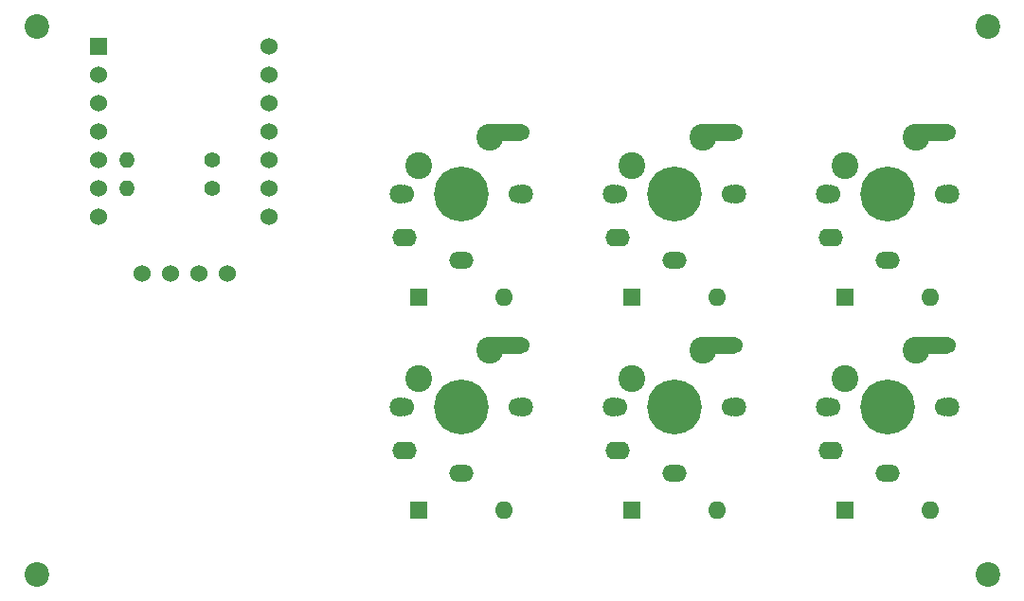
<source format=gbr>
%TF.GenerationSoftware,KiCad,Pcbnew,(7.0.0)*%
%TF.CreationDate,2023-02-28T08:30:01+09:00*%
%TF.ProjectId,sgkey,73676b65-792e-46b6-9963-61645f706362,rev?*%
%TF.SameCoordinates,Original*%
%TF.FileFunction,Soldermask,Bot*%
%TF.FilePolarity,Negative*%
%FSLAX46Y46*%
G04 Gerber Fmt 4.6, Leading zero omitted, Abs format (unit mm)*
G04 Created by KiCad (PCBNEW (7.0.0)) date 2023-02-28 08:30:01*
%MOMM*%
%LPD*%
G01*
G04 APERTURE LIST*
G04 Aperture macros list*
%AMHorizOval*
0 Thick line with rounded ends*
0 $1 width*
0 $2 $3 position (X,Y) of the first rounded end (center of the circle)*
0 $4 $5 position (X,Y) of the second rounded end (center of the circle)*
0 Add line between two ends*
20,1,$1,$2,$3,$4,$5,0*
0 Add two circle primitives to create the rounded ends*
1,1,$1,$2,$3*
1,1,$1,$4,$5*%
G04 Aperture macros list end*
%ADD10R,1.600000X1.600000*%
%ADD11O,1.600000X1.600000*%
%ADD12C,2.200000*%
%ADD13C,1.800000*%
%ADD14C,1.700000*%
%ADD15C,4.900000*%
%ADD16O,2.200000X1.600000*%
%ADD17C,2.400000*%
%ADD18O,2.200000X1.500000*%
%ADD19HorizOval,1.500000X1.449945X0.012653X-1.449945X-0.012653X0*%
%ADD20C,1.400000*%
%ADD21O,1.400000X1.400000*%
%ADD22R,1.530000X1.530000*%
%ADD23C,1.530000*%
%ADD24C,1.524000*%
G04 APERTURE END LIST*
D10*
%TO.C,D4*%
X139139999Y-120257499D03*
D11*
X146759999Y-120257499D03*
%TD*%
D12*
%TO.C,H1*%
X105000000Y-77000000D03*
%TD*%
D10*
%TO.C,D5*%
X158189999Y-120257499D03*
D11*
X165809999Y-120257499D03*
%TD*%
D13*
%TO.C,SW5*%
X156500000Y-111050000D03*
D14*
X156920000Y-111050000D03*
D15*
X162000000Y-111050000D03*
D14*
X167080000Y-111050000D03*
D13*
X167500000Y-111050000D03*
D16*
X156899999Y-114949999D03*
D17*
X158190000Y-108510000D03*
D18*
X161999999Y-116949999D03*
D17*
X164540000Y-105970000D03*
D19*
X165900041Y-105509598D03*
%TD*%
D12*
%TO.C,H2*%
X190000000Y-77000000D03*
%TD*%
D20*
%TO.C,R1*%
X120650000Y-91440000D03*
D21*
X113029999Y-91439999D03*
%TD*%
D13*
%TO.C,SW2*%
X156500000Y-92000000D03*
D14*
X156920000Y-92000000D03*
D15*
X162000000Y-92000000D03*
D14*
X167080000Y-92000000D03*
D13*
X167500000Y-92000000D03*
D16*
X156899999Y-95899999D03*
D17*
X158190000Y-89460000D03*
D18*
X161999999Y-97899999D03*
D17*
X164540000Y-86920000D03*
D19*
X165900041Y-86459598D03*
%TD*%
D22*
%TO.C,U1*%
X110489999Y-78739999D03*
D23*
X110490000Y-81280000D03*
X110490000Y-83820000D03*
X110490000Y-86360000D03*
X110490000Y-88900000D03*
X110490000Y-91440000D03*
X110490000Y-93980000D03*
X125730000Y-93980000D03*
X125730000Y-91440000D03*
X125730000Y-88900000D03*
X125730000Y-86360000D03*
X125730000Y-83820000D03*
X125730000Y-81280000D03*
X125730000Y-78740000D03*
%TD*%
D12*
%TO.C,H3*%
X105000000Y-126000000D03*
%TD*%
D13*
%TO.C,SW3*%
X175550000Y-92000000D03*
D14*
X175970000Y-92000000D03*
D15*
X181050000Y-92000000D03*
D14*
X186130000Y-92000000D03*
D13*
X186550000Y-92000000D03*
D16*
X175949999Y-95899999D03*
D17*
X177240000Y-89460000D03*
D18*
X181049999Y-97899999D03*
D17*
X183590000Y-86920000D03*
D19*
X184950041Y-86459598D03*
%TD*%
D10*
%TO.C,D1*%
X139139999Y-101207499D03*
D11*
X146759999Y-101207499D03*
%TD*%
D24*
%TO.C,U2*%
X114380000Y-99060000D03*
X116920000Y-99060000D03*
X119460000Y-99060000D03*
X122000000Y-99060000D03*
%TD*%
D10*
%TO.C,D3*%
X177239999Y-101207499D03*
D11*
X184859999Y-101207499D03*
%TD*%
D13*
%TO.C,SW6*%
X175550000Y-111050000D03*
D14*
X175970000Y-111050000D03*
D15*
X181050000Y-111050000D03*
D14*
X186130000Y-111050000D03*
D13*
X186550000Y-111050000D03*
D16*
X175949999Y-114949999D03*
D17*
X177240000Y-108510000D03*
D18*
X181049999Y-116949999D03*
D17*
X183590000Y-105970000D03*
D19*
X184950041Y-105509598D03*
%TD*%
D13*
%TO.C,SW4*%
X137450000Y-111050000D03*
D14*
X137870000Y-111050000D03*
D15*
X142950000Y-111050000D03*
D14*
X148030000Y-111050000D03*
D13*
X148450000Y-111050000D03*
D16*
X137849999Y-114949999D03*
D17*
X139140000Y-108510000D03*
D18*
X142949999Y-116949999D03*
D17*
X145490000Y-105970000D03*
D19*
X146850041Y-105509598D03*
%TD*%
D10*
%TO.C,D2*%
X158189999Y-101207499D03*
D11*
X165809999Y-101207499D03*
%TD*%
D13*
%TO.C,SW1*%
X137450000Y-92000000D03*
D14*
X137870000Y-92000000D03*
D15*
X142950000Y-92000000D03*
D14*
X148030000Y-92000000D03*
D13*
X148450000Y-92000000D03*
D16*
X137849999Y-95899999D03*
D17*
X139140000Y-89460000D03*
D18*
X142949999Y-97899999D03*
D17*
X145490000Y-86920000D03*
D19*
X146850041Y-86459598D03*
%TD*%
D12*
%TO.C,H4*%
X190000000Y-126000000D03*
%TD*%
D20*
%TO.C,R2*%
X120650000Y-88900000D03*
D21*
X113029999Y-88899999D03*
%TD*%
D10*
%TO.C,D6*%
X177239999Y-120257499D03*
D11*
X184859999Y-120257499D03*
%TD*%
M02*

</source>
